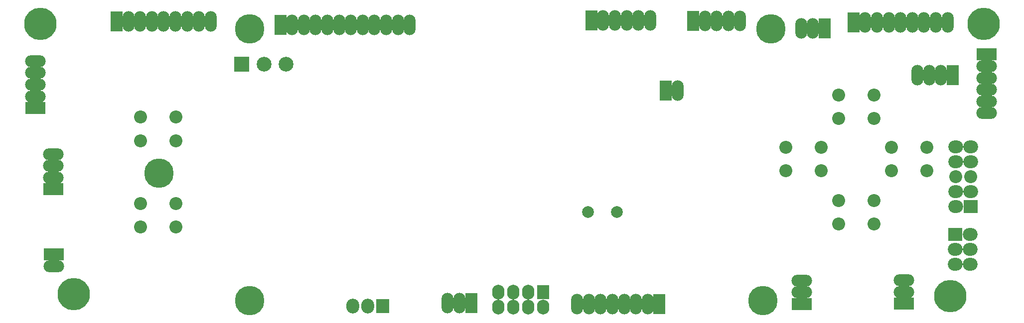
<source format=gbs>
G04 (created by PCBNEW-RS274X (2011-07-08 BZR 3044)-stable) date 17/10/2011 18:06:50*
G01*
G70*
G90*
%MOIN*%
G04 Gerber Fmt 3.4, Leading zero omitted, Abs format*
%FSLAX34Y34*%
G04 APERTURE LIST*
%ADD10C,0.020000*%
%ADD11O,0.079100X0.138100*%
%ADD12R,0.079100X0.138100*%
%ADD13C,0.086900*%
%ADD14R,0.094800X0.086900*%
%ADD15O,0.098700X0.086900*%
%ADD16R,0.083000X0.094800*%
%ADD17O,0.083000X0.098700*%
%ADD18C,0.197200*%
%ADD19C,0.216900*%
%ADD20O,0.138100X0.079100*%
%ADD21R,0.138100X0.079100*%
%ADD22C,0.079100*%
%ADD23R,0.098700X0.098700*%
%ADD24C,0.098700*%
%ADD25R,0.086900X0.094800*%
%ADD26O,0.086900X0.098700*%
G04 APERTURE END LIST*
G54D10*
G54D11*
X20162Y-13260D03*
X19375Y-13260D03*
G54D12*
X18587Y-13260D03*
G54D11*
X20949Y-13260D03*
X21737Y-13260D03*
X22524Y-13260D03*
X23311Y-13260D03*
X24098Y-13260D03*
X24886Y-13260D03*
G54D13*
X66890Y-26850D03*
X66890Y-25276D03*
X69252Y-26850D03*
X69252Y-25276D03*
X72795Y-21693D03*
X72795Y-23267D03*
X70433Y-21693D03*
X70433Y-23267D03*
X69252Y-18189D03*
X69252Y-19763D03*
X66890Y-18189D03*
X66890Y-19763D03*
X65709Y-21693D03*
X65709Y-23267D03*
X63347Y-21693D03*
X63347Y-23267D03*
X20197Y-21259D03*
X20197Y-19685D03*
X22559Y-21259D03*
X22559Y-19685D03*
X20197Y-27047D03*
X20197Y-25473D03*
X22559Y-27047D03*
X22559Y-25473D03*
G54D14*
X75736Y-25671D03*
G54D15*
X74736Y-25671D03*
X75736Y-24671D03*
X74736Y-24671D03*
G54D13*
X75736Y-23671D03*
X74736Y-23671D03*
G54D15*
X75736Y-22671D03*
X74736Y-22671D03*
X75736Y-21671D03*
X74736Y-21671D03*
G54D14*
X74697Y-27553D03*
G54D15*
X75697Y-27553D03*
X74697Y-28553D03*
X75697Y-28553D03*
X74697Y-29553D03*
X75697Y-29553D03*
G54D16*
X47130Y-31394D03*
G54D17*
X47130Y-32394D03*
X46130Y-31394D03*
X46130Y-32394D03*
X45130Y-31394D03*
X45130Y-32394D03*
X44130Y-31394D03*
X44130Y-32394D03*
G54D18*
X62362Y-13780D03*
G54D19*
X76575Y-13425D03*
G54D18*
X61811Y-31969D03*
G54D19*
X74370Y-31654D03*
G54D18*
X27480Y-31969D03*
G54D19*
X15709Y-31535D03*
G54D18*
X21417Y-23425D03*
G54D19*
X13504Y-13425D03*
G54D18*
X27480Y-13780D03*
G54D11*
X51925Y-13216D03*
X51138Y-13216D03*
G54D12*
X50350Y-13216D03*
G54D11*
X52712Y-13216D03*
X53500Y-13216D03*
X54287Y-13216D03*
X69454Y-13331D03*
X68667Y-13331D03*
G54D12*
X67879Y-13331D03*
G54D11*
X70241Y-13331D03*
X71029Y-13331D03*
X71816Y-13331D03*
X72603Y-13331D03*
X73390Y-13331D03*
X74178Y-13331D03*
G54D20*
X76795Y-17055D03*
X76795Y-16268D03*
G54D21*
X76795Y-15480D03*
G54D20*
X76795Y-17842D03*
X76795Y-18630D03*
X76795Y-19417D03*
G54D11*
X31114Y-13520D03*
X30326Y-13520D03*
G54D12*
X29539Y-13520D03*
G54D11*
X31901Y-13520D03*
X32689Y-13520D03*
X33476Y-13520D03*
X34263Y-13520D03*
X35051Y-13520D03*
X35838Y-13520D03*
X36626Y-13520D03*
X37413Y-13520D03*
X38200Y-13520D03*
G54D20*
X13142Y-17504D03*
X13142Y-18291D03*
G54D21*
X13142Y-19079D03*
G54D20*
X13142Y-16717D03*
X13142Y-15929D03*
X14399Y-29654D03*
G54D21*
X14399Y-28866D03*
G54D20*
X71252Y-30611D03*
X71252Y-31398D03*
G54D21*
X71252Y-32186D03*
G54D20*
X64413Y-30626D03*
X64413Y-31413D03*
G54D21*
X64413Y-32201D03*
G54D11*
X72945Y-16882D03*
X73732Y-16882D03*
G54D12*
X74520Y-16882D03*
G54D11*
X72158Y-16882D03*
X53326Y-32201D03*
X54113Y-32201D03*
G54D12*
X54901Y-32201D03*
G54D11*
X52539Y-32201D03*
X51751Y-32201D03*
X50964Y-32201D03*
X50177Y-32201D03*
X49390Y-32201D03*
X56107Y-17912D03*
G54D12*
X55319Y-17912D03*
G54D22*
X50133Y-26035D03*
X52055Y-26035D03*
G54D11*
X64374Y-13721D03*
X65161Y-13721D03*
G54D12*
X65949Y-13721D03*
G54D20*
X14342Y-22945D03*
X14342Y-23732D03*
G54D21*
X14342Y-24520D03*
G54D20*
X14342Y-22158D03*
G54D11*
X40733Y-32134D03*
X41520Y-32134D03*
G54D12*
X42308Y-32134D03*
G54D23*
X26965Y-16150D03*
G54D24*
X28441Y-16150D03*
X29917Y-16150D03*
G54D25*
X36398Y-32335D03*
G54D26*
X35398Y-32335D03*
X34398Y-32335D03*
G54D11*
X58728Y-13236D03*
X57941Y-13236D03*
G54D12*
X57153Y-13236D03*
G54D11*
X59515Y-13236D03*
X60303Y-13236D03*
M02*

</source>
